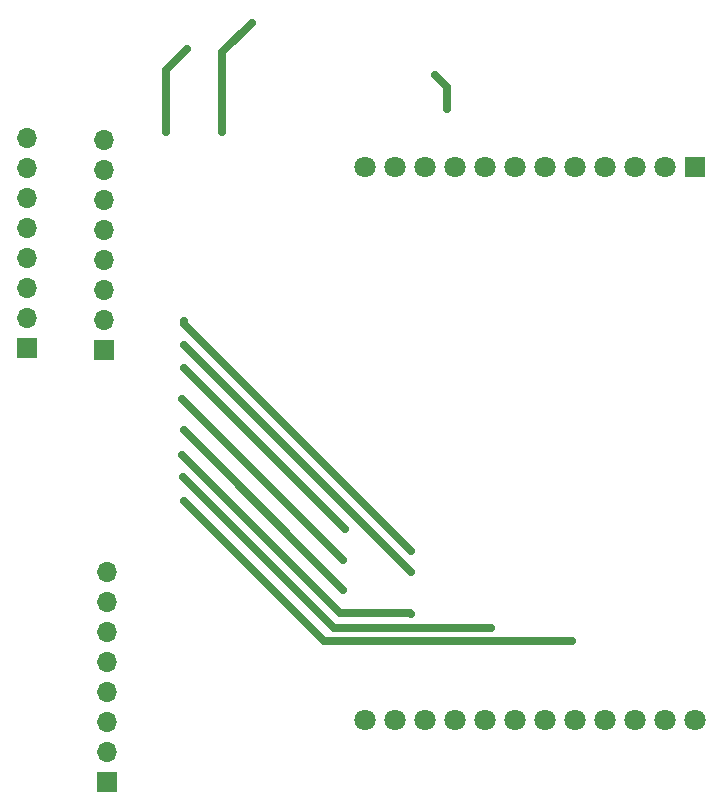
<source format=gbr>
%TF.GenerationSoftware,KiCad,Pcbnew,8.0.6*%
%TF.CreationDate,2024-11-18T08:59:04+03:30*%
%TF.ProjectId,DotMatrix,446f744d-6174-4726-9978-2e6b69636164,rev?*%
%TF.SameCoordinates,Original*%
%TF.FileFunction,Copper,L1,Top*%
%TF.FilePolarity,Positive*%
%FSLAX46Y46*%
G04 Gerber Fmt 4.6, Leading zero omitted, Abs format (unit mm)*
G04 Created by KiCad (PCBNEW 8.0.6) date 2024-11-18 08:59:04*
%MOMM*%
%LPD*%
G01*
G04 APERTURE LIST*
%TA.AperFunction,ComponentPad*%
%ADD10R,1.700000X1.700000*%
%TD*%
%TA.AperFunction,ComponentPad*%
%ADD11O,1.700000X1.700000*%
%TD*%
%TA.AperFunction,ComponentPad*%
%ADD12R,1.800000X1.800000*%
%TD*%
%TA.AperFunction,ComponentPad*%
%ADD13C,1.800000*%
%TD*%
%TA.AperFunction,ViaPad*%
%ADD14C,0.700000*%
%TD*%
%TA.AperFunction,Conductor*%
%ADD15C,0.700000*%
%TD*%
G04 APERTURE END LIST*
D10*
%TO.P,J1,1,Pin_1*%
%TO.N,Net-(J1-Pin_1)*%
X105250000Y-127740000D03*
D11*
%TO.P,J1,2,Pin_2*%
%TO.N,Net-(J1-Pin_2)*%
X105250000Y-125200000D03*
%TO.P,J1,3,Pin_3*%
%TO.N,Net-(J1-Pin_3)*%
X105250000Y-122660000D03*
%TO.P,J1,4,Pin_4*%
%TO.N,Net-(J1-Pin_4)*%
X105250000Y-120120000D03*
%TO.P,J1,5,Pin_5*%
%TO.N,Net-(J1-Pin_5)*%
X105250000Y-117580000D03*
%TO.P,J1,6,Pin_6*%
%TO.N,Net-(J1-Pin_6)*%
X105250000Y-115040000D03*
%TO.P,J1,7,Pin_7*%
%TO.N,Net-(J1-Pin_7)*%
X105250000Y-112500000D03*
%TO.P,J1,8,Pin_8*%
%TO.N,Net-(J1-Pin_8)*%
X105250000Y-109960000D03*
%TD*%
D10*
%TO.P,J3,1,Pin_1*%
%TO.N,Net-(J3-Pin_1)*%
X98500000Y-91040000D03*
D11*
%TO.P,J3,2,Pin_2*%
%TO.N,Net-(J3-Pin_2)*%
X98500000Y-88500000D03*
%TO.P,J3,3,Pin_3*%
%TO.N,Net-(J3-Pin_3)*%
X98500000Y-85960000D03*
%TO.P,J3,4,Pin_4*%
%TO.N,Net-(J3-Pin_4)*%
X98500000Y-83420000D03*
%TO.P,J3,5,Pin_5*%
%TO.N,Net-(J3-Pin_5)*%
X98500000Y-80880000D03*
%TO.P,J3,6,Pin_6*%
%TO.N,Net-(J3-Pin_6)*%
X98500000Y-78340000D03*
%TO.P,J3,7,Pin_7*%
%TO.N,Net-(J3-Pin_7)*%
X98500000Y-75800000D03*
%TO.P,J3,8,Pin_8*%
%TO.N,Net-(J3-Pin_8)*%
X98500000Y-73260000D03*
%TD*%
D10*
%TO.P,J2,1,Pin_1*%
%TO.N,Net-(J2-Pin_1)*%
X105000000Y-91200000D03*
D11*
%TO.P,J2,2,Pin_2*%
%TO.N,Net-(J2-Pin_2)*%
X105000000Y-88660000D03*
%TO.P,J2,3,Pin_3*%
%TO.N,Net-(J2-Pin_3)*%
X105000000Y-86120000D03*
%TO.P,J2,4,Pin_4*%
%TO.N,Net-(J2-Pin_4)*%
X105000000Y-83580000D03*
%TO.P,J2,5,Pin_5*%
%TO.N,Net-(J2-Pin_5)*%
X105000000Y-81040000D03*
%TO.P,J2,6,Pin_6*%
%TO.N,Net-(J2-Pin_6)*%
X105000000Y-78500000D03*
%TO.P,J2,7,Pin_7*%
%TO.N,Net-(J2-Pin_7)*%
X105000000Y-75960000D03*
%TO.P,J2,8,Pin_8*%
%TO.N,Net-(J2-Pin_8)*%
X105000000Y-73420000D03*
%TD*%
D12*
%TO.P,U1,1*%
%TO.N,Net-(R13-Pad1)*%
X155000000Y-75700000D03*
D13*
%TO.P,U1,2*%
%TO.N,Net-(R5-Pad1)*%
X152460000Y-75700000D03*
%TO.P,U1,3*%
%TO.N,Net-(J1-Pin_5)*%
X149920000Y-75700000D03*
%TO.P,U1,4*%
%TO.N,Net-(R14-Pad1)*%
X147380000Y-75700000D03*
%TO.P,U1,5*%
%TO.N,Net-(R6-Pad1)*%
X144840000Y-75700000D03*
%TO.P,U1,6*%
%TO.N,Net-(J1-Pin_6)*%
X142300000Y-75700000D03*
%TO.P,U1,7*%
%TO.N,Net-(R15-Pad1)*%
X139760000Y-75700000D03*
%TO.P,U1,8*%
%TO.N,Net-(R7-Pad1)*%
X137220000Y-75700000D03*
%TO.P,U1,9*%
%TO.N,Net-(J1-Pin_7)*%
X134680000Y-75700000D03*
%TO.P,U1,10*%
%TO.N,Net-(R16-Pad1)*%
X132140000Y-75700000D03*
%TO.P,U1,11*%
%TO.N,Net-(R8-Pad1)*%
X129600000Y-75700000D03*
%TO.P,U1,12*%
%TO.N,Net-(J1-Pin_8)*%
X127060000Y-75700000D03*
%TO.P,U1,13*%
%TO.N,Net-(J1-Pin_4)*%
X155000000Y-122500000D03*
%TO.P,U1,14*%
%TO.N,Net-(R4-Pad1)*%
X152460000Y-122500000D03*
%TO.P,U1,15*%
%TO.N,Net-(R12-Pad1)*%
X149920000Y-122500000D03*
%TO.P,U1,16*%
%TO.N,Net-(J1-Pin_3)*%
X147380000Y-122500000D03*
%TO.P,U1,17*%
%TO.N,Net-(R3-Pad1)*%
X144840000Y-122500000D03*
%TO.P,U1,18*%
%TO.N,Net-(R11-Pad1)*%
X142300000Y-122500000D03*
%TO.P,U1,19*%
%TO.N,Net-(J1-Pin_2)*%
X139760000Y-122500000D03*
%TO.P,U1,20*%
%TO.N,Net-(R2-Pad1)*%
X137220000Y-122500000D03*
%TO.P,U1,21*%
%TO.N,Net-(R10-Pad1)*%
X134680000Y-122500000D03*
%TO.P,U1,22*%
%TO.N,Net-(J1-Pin_1)*%
X132140000Y-122500000D03*
%TO.P,U1,23*%
%TO.N,Net-(R1-Pad1)*%
X129600000Y-122500000D03*
%TO.P,U1,24*%
%TO.N,Net-(R9-Pad1)*%
X127060000Y-122500000D03*
%TD*%
D14*
%TO.N,Net-(J2-Pin_2)*%
X125375000Y-106375000D03*
X111750000Y-92750000D03*
%TO.N,Net-(J2-Pin_5)*%
X115000000Y-72750000D03*
X117500000Y-63500000D03*
%TO.N,Net-(J2-Pin_1)*%
X125250000Y-109000000D03*
X111625000Y-95375000D03*
%TO.N,Net-(J2-Pin_3)*%
X131000000Y-110000000D03*
X111750000Y-90750000D03*
%TO.N,Net-(J2-Pin_4)*%
X131000000Y-108250000D03*
X111750000Y-88750000D03*
%TO.N,Net-(J2-Pin_6)*%
X110250000Y-72750000D03*
X112000000Y-65700000D03*
%TO.N,Net-(J3-Pin_2)*%
X111625000Y-100125000D03*
X130972182Y-113527818D03*
%TO.N,Net-(J3-Pin_3)*%
X137750000Y-114750000D03*
X111702182Y-101952182D03*
%TO.N,Net-(J3-Pin_1)*%
X125250000Y-111500000D03*
X111750000Y-98000000D03*
%TO.N,Net-(J3-Pin_4)*%
X144625000Y-115875000D03*
X111750000Y-104000000D03*
%TO.N,Net-(J3-Pin_8)*%
X134000000Y-70750000D03*
X133000000Y-67900000D03*
%TD*%
D15*
%TO.N,Net-(J2-Pin_2)*%
X125375000Y-106375000D02*
X111750000Y-92750000D01*
%TO.N,Net-(J2-Pin_5)*%
X115000000Y-66000000D02*
X115000000Y-72750000D01*
X117500000Y-63500000D02*
X115000000Y-66000000D01*
%TO.N,Net-(J2-Pin_1)*%
X125250000Y-109000000D02*
X111625000Y-95375000D01*
%TO.N,Net-(J2-Pin_3)*%
X131000000Y-110000000D02*
X111750000Y-90750000D01*
%TO.N,Net-(J2-Pin_4)*%
X131000000Y-108250000D02*
X111750000Y-89000000D01*
X111750000Y-89000000D02*
X111750000Y-88750000D01*
%TO.N,Net-(J2-Pin_6)*%
X112000000Y-65700000D02*
X110250000Y-67450000D01*
X110250000Y-67450000D02*
X110250000Y-72750000D01*
%TO.N,Net-(J3-Pin_2)*%
X125000000Y-113500000D02*
X111625000Y-100125000D01*
X130972182Y-113527818D02*
X130944364Y-113500000D01*
X130944364Y-113500000D02*
X125000000Y-113500000D01*
%TO.N,Net-(J3-Pin_3)*%
X137750000Y-114750000D02*
X124500000Y-114750000D01*
X124500000Y-114750000D02*
X111702182Y-101952182D01*
%TO.N,Net-(J3-Pin_1)*%
X125250000Y-111500000D02*
X111750000Y-98000000D01*
%TO.N,Net-(J3-Pin_4)*%
X123600000Y-115850000D02*
X111750000Y-104000000D01*
X144625000Y-115875000D02*
X144600000Y-115850000D01*
X144600000Y-115850000D02*
X123600000Y-115850000D01*
%TO.N,Net-(J3-Pin_8)*%
X134000000Y-68900000D02*
X133000000Y-67900000D01*
X134000000Y-70750000D02*
X134000000Y-68900000D01*
%TD*%
M02*

</source>
